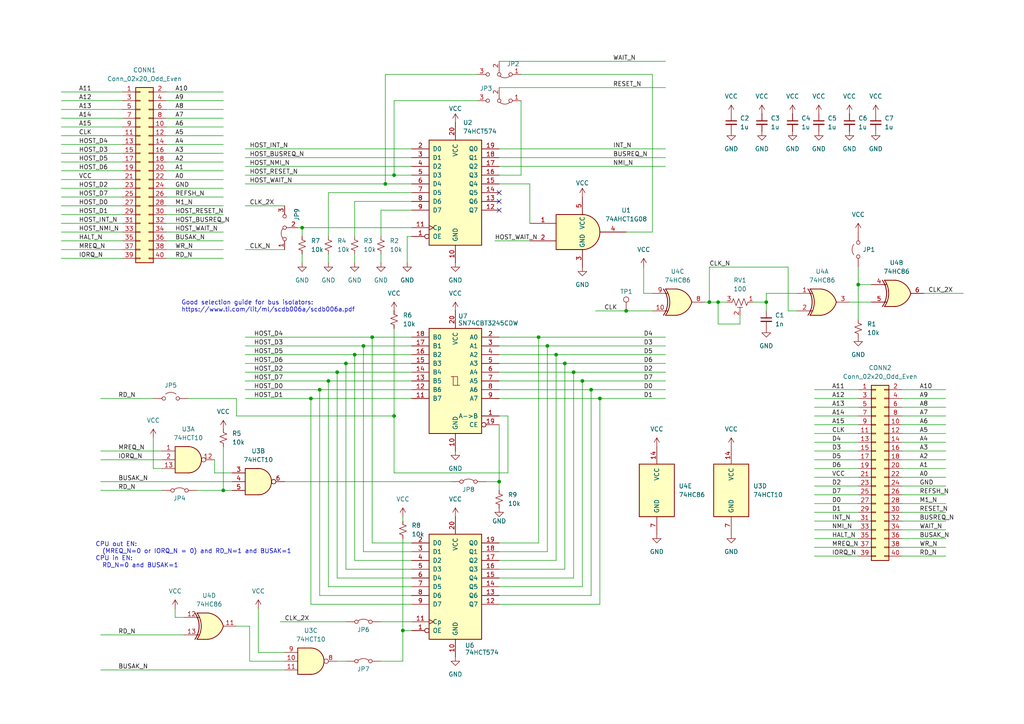
<source format=kicad_sch>
(kicad_sch (version 20231120) (generator "eeschema") (generator_version "8.0")
  (paper "A4")
  (title_block (title "Shadow Tracer Z80 Sampler") (date "2024-09-27") (rev "1.0") (company "Modular Circuits"))
  (junction (at 111.76 53.34))
  (junction (at 95.25 110.49))
  (junction (at 114.3 120.65))
  (junction (at 163.83 105.41))
  (junction (at 114.3 50.8))
  (junction (at 173.99 115.57))
  (junction (at 92.71 113.03))
  (junction (at 208.28 87.63))
  (junction (at 168.91 110.49))
  (junction (at 158.75 100.33))
  (junction (at 102.87 102.87))
  (junction (at 64.77 142.24))
  (junction (at 87.63 66.04))
  (junction (at 144.78 139.7))
  (junction (at 100.33 105.41))
  (junction (at 161.29 102.87))
  (junction (at 156.21 97.79))
  (junction (at 171.45 113.03))
  (junction (at 248.92 82.55))
  (junction (at 205.74 87.63))
  (junction (at 97.79 107.95))
  (junction (at 105.41 100.33))
  (junction (at 222.25 87.63))
  (junction (at 181.61 90.17))
  (junction (at 166.37 107.95))
  (junction (at 90.17 115.57))
  (junction (at 107.95 97.79))
  (junction (at 116.84 182.88))
  (no_connect (at 144.78 60.96))
  (no_connect (at 144.78 55.88))
  (no_connect (at 144.78 58.42))
  (wire (pts (xy 261.62 148.59) (xy 274.32 148.59)))
  (wire (pts (xy 71.12 107.95) (xy 97.79 107.95)))
  (wire (pts (xy 119.38 175.26) (xy 90.17 175.26)))
  (wire (pts (xy 173.99 175.26) (xy 173.99 115.57)))
  (wire (pts (xy 114.3 29.21) (xy 138.43 29.21)))
  (wire (pts (xy 228.6 90.17) (xy 228.6 77.47)))
  (wire (pts (xy 143.51 69.85) (xy 153.67 69.85)))
  (wire (pts (xy 246.38 87.63) (xy 252.73 87.63)))
  (wire (pts (xy 144.78 120.65) (xy 147.32 120.65)))
  (wire (pts (xy 261.62 151.13) (xy 274.32 151.13)))
  (wire (pts (xy 119.38 167.64) (xy 97.79 167.64)))
  (wire (pts (xy 48.26 72.39) (xy 64.77 72.39)))
  (wire (pts (xy 119.38 170.18) (xy 95.25 170.18)))
  (wire (pts (xy 153.67 64.77) (xy 153.67 53.34)))
  (wire (pts (xy 119.38 157.48) (xy 107.95 157.48)))
  (wire (pts (xy 17.78 67.31) (xy 35.56 67.31)))
  (wire (pts (xy 17.78 64.77) (xy 35.56 64.77)))
  (wire (pts (xy 71.12 48.26) (xy 119.38 48.26)))
  (wire (pts (xy 168.91 170.18) (xy 168.91 110.49)))
  (wire (pts (xy 48.26 29.21) (xy 64.77 29.21)))
  (wire (pts (xy 144.78 165.1) (xy 163.83 165.1)))
  (wire (pts (xy 57.15 142.24) (xy 64.77 142.24)))
  (wire (pts (xy 208.28 87.63) (xy 210.82 87.63)))
  (wire (pts (xy 236.22 118.11) (xy 248.92 118.11)))
  (wire (pts (xy 72.39 181.61) (xy 68.58 181.61)))
  (wire (pts (xy 261.62 146.05) (xy 274.32 146.05)))
  (wire (pts (xy 82.55 189.23) (xy 74.93 189.23)))
  (wire (pts (xy 102.87 73.66) (xy 102.87 76.2)))
  (wire (pts (xy 116.84 182.88) (xy 119.38 182.88)))
  (wire (pts (xy 17.78 29.21) (xy 35.56 29.21)))
  (wire (pts (xy 17.78 36.83) (xy 35.56 36.83)))
  (wire (pts (xy 144.78 162.56) (xy 161.29 162.56)))
  (wire (pts (xy 48.26 49.53) (xy 64.77 49.53)))
  (wire (pts (xy 92.71 113.03) (xy 119.38 113.03)))
  (wire (pts (xy 71.12 102.87) (xy 102.87 102.87)))
  (wire (pts (xy 110.49 68.58) (xy 110.49 60.96)))
  (wire (pts (xy 118.11 76.2) (xy 118.11 68.58)))
  (wire (pts (xy 17.78 26.67) (xy 35.56 26.67)))
  (wire (pts (xy 68.58 120.65) (xy 114.3 120.65)))
  (wire (pts (xy 17.78 46.99) (xy 35.56 46.99)))
  (wire (pts (xy 111.76 53.34) (xy 119.38 53.34)))
  (wire (pts (xy 144.78 17.78) (xy 193.04 17.78)))
  (wire (pts (xy 172.72 90.17) (xy 181.61 90.17)))
  (wire (pts (xy 74.93 176.53) (xy 74.93 189.23)))
  (wire (pts (xy 90.17 175.26) (xy 90.17 115.57)))
  (wire (pts (xy 17.78 41.91) (xy 35.56 41.91)))
  (wire (pts (xy 171.45 113.03) (xy 144.78 113.03)))
  (wire (pts (xy 71.12 72.39) (xy 82.55 72.39)))
  (wire (pts (xy 193.04 105.41) (xy 163.83 105.41)))
  (wire (pts (xy 17.78 52.07) (xy 35.56 52.07)))
  (wire (pts (xy 214.63 91.44) (xy 214.63 93.98)))
  (wire (pts (xy 261.62 161.29) (xy 274.32 161.29)))
  (wire (pts (xy 236.22 138.43) (xy 248.92 138.43)))
  (wire (pts (xy 158.75 160.02) (xy 158.75 100.33)))
  (wire (pts (xy 17.78 72.39) (xy 35.56 72.39)))
  (wire (pts (xy 236.22 133.35) (xy 248.92 133.35)))
  (wire (pts (xy 48.26 36.83) (xy 64.77 36.83)))
  (wire (pts (xy 236.22 123.19) (xy 248.92 123.19)))
  (wire (pts (xy 163.83 105.41) (xy 144.78 105.41)))
  (wire (pts (xy 222.25 87.63) (xy 222.25 90.17)))
  (wire (pts (xy 29.21 142.24) (xy 46.99 142.24)))
  (wire (pts (xy 147.32 137.16) (xy 114.3 137.16)))
  (wire (pts (xy 95.25 110.49) (xy 119.38 110.49)))
  (wire (pts (xy 48.26 41.91) (xy 64.77 41.91)))
  (wire (pts (xy 92.71 172.72) (xy 92.71 113.03)))
  (wire (pts (xy 48.26 64.77) (xy 64.77 64.77)))
  (wire (pts (xy 218.44 87.63) (xy 222.25 87.63)))
  (wire (pts (xy 214.63 93.98) (xy 208.28 93.98)))
  (wire (pts (xy 71.12 97.79) (xy 107.95 97.79)))
  (wire (pts (xy 86.36 66.04) (xy 87.63 66.04)))
  (wire (pts (xy 17.78 49.53) (xy 35.56 49.53)))
  (wire (pts (xy 119.38 165.1) (xy 100.33 165.1)))
  (wire (pts (xy 95.25 55.88) (xy 119.38 55.88)))
  (wire (pts (xy 261.62 128.27) (xy 274.32 128.27)))
  (wire (pts (xy 261.62 156.21) (xy 274.32 156.21)))
  (wire (pts (xy 144.78 170.18) (xy 168.91 170.18)))
  (wire (pts (xy 114.3 95.25) (xy 114.3 120.65)))
  (wire (pts (xy 82.55 191.77) (xy 72.39 191.77)))
  (wire (pts (xy 144.78 25.4) (xy 193.04 25.4)))
  (wire (pts (xy 105.41 100.33) (xy 119.38 100.33)))
  (wire (pts (xy 48.26 62.23) (xy 64.77 62.23)))
  (wire (pts (xy 48.26 44.45) (xy 64.77 44.45)))
  (wire (pts (xy 193.04 107.95) (xy 166.37 107.95)))
  (wire (pts (xy 71.12 59.69) (xy 82.55 59.69)))
  (wire (pts (xy 48.26 39.37) (xy 64.77 39.37)))
  (wire (pts (xy 17.78 57.15) (xy 35.56 57.15)))
  (wire (pts (xy 97.79 167.64) (xy 97.79 107.95)))
  (wire (pts (xy 248.92 82.55) (xy 248.92 92.71)))
  (wire (pts (xy 29.21 184.15) (xy 53.34 184.15)))
  (wire (pts (xy 95.25 68.58) (xy 95.25 55.88)))
  (wire (pts (xy 236.22 140.97) (xy 248.92 140.97)))
  (wire (pts (xy 17.78 44.45) (xy 35.56 44.45)))
  (wire (pts (xy 193.04 113.03) (xy 171.45 113.03)))
  (wire (pts (xy 231.14 90.17) (xy 228.6 90.17)))
  (wire (pts (xy 236.22 156.21) (xy 248.92 156.21)))
  (wire (pts (xy 144.78 175.26) (xy 173.99 175.26)))
  (wire (pts (xy 68.58 115.57) (xy 68.58 120.65)))
  (wire (pts (xy 236.22 113.03) (xy 248.92 113.03)))
  (wire (pts (xy 144.78 123.19) (xy 144.78 139.7)))
  (wire (pts (xy 193.04 110.49) (xy 168.91 110.49)))
  (wire (pts (xy 100.33 105.41) (xy 119.38 105.41)))
  (wire (pts (xy 119.38 172.72) (xy 92.71 172.72)))
  (wire (pts (xy 72.39 181.61) (xy 72.39 191.77)))
  (wire (pts (xy 17.78 39.37) (xy 35.56 39.37)))
  (wire (pts (xy 189.23 85.09) (xy 186.69 85.09)))
  (wire (pts (xy 158.75 100.33) (xy 144.78 100.33)))
  (wire (pts (xy 236.22 153.67) (xy 248.92 153.67)))
  (wire (pts (xy 261.62 158.75) (xy 274.32 158.75)))
  (wire (pts (xy 53.34 179.07) (xy 50.8 179.07)))
  (wire (pts (xy 261.62 143.51) (xy 274.32 143.51)))
  (wire (pts (xy 119.38 162.56) (xy 102.87 162.56)))
  (wire (pts (xy 29.21 139.7) (xy 67.31 139.7)))
  (wire (pts (xy 17.78 54.61) (xy 35.56 54.61)))
  (wire (pts (xy 144.78 45.72) (xy 193.04 45.72)))
  (wire (pts (xy 161.29 102.87) (xy 144.78 102.87)))
  (wire (pts (xy 261.62 140.97) (xy 274.32 140.97)))
  (wire (pts (xy 147.32 120.65) (xy 147.32 137.16)))
  (wire (pts (xy 171.45 172.72) (xy 171.45 113.03)))
  (wire (pts (xy 236.22 148.59) (xy 248.92 148.59)))
  (wire (pts (xy 267.97 85.09) (xy 279.4 85.09)))
  (wire (pts (xy 144.78 50.8) (xy 151.13 50.8)))
  (wire (pts (xy 144.78 43.18) (xy 193.04 43.18)))
  (wire (pts (xy 144.78 172.72) (xy 171.45 172.72)))
  (wire (pts (xy 102.87 102.87) (xy 119.38 102.87)))
  (wire (pts (xy 236.22 128.27) (xy 248.92 128.27)))
  (wire (pts (xy 17.78 62.23) (xy 35.56 62.23)))
  (wire (pts (xy 97.79 107.95) (xy 119.38 107.95)))
  (wire (pts (xy 97.79 191.77) (xy 100.33 191.77)))
  (wire (pts (xy 144.78 157.48) (xy 156.21 157.48)))
  (wire (pts (xy 236.22 120.65) (xy 248.92 120.65)))
  (wire (pts (xy 102.87 68.58) (xy 102.87 58.42)))
  (wire (pts (xy 116.84 191.77) (xy 116.84 182.88)))
  (wire (pts (xy 151.13 50.8) (xy 151.13 29.21)))
  (wire (pts (xy 236.22 158.75) (xy 248.92 158.75)))
  (wire (pts (xy 114.3 137.16) (xy 114.3 120.65)))
  (wire (pts (xy 261.62 133.35) (xy 274.32 133.35)))
  (wire (pts (xy 87.63 66.04) (xy 87.63 68.58)))
  (wire (pts (xy 87.63 66.04) (xy 119.38 66.04)))
  (wire (pts (xy 114.3 50.8) (xy 119.38 50.8)))
  (wire (pts (xy 205.74 77.47) (xy 205.74 87.63)))
  (wire (pts (xy 87.63 73.66) (xy 87.63 76.2)))
  (wire (pts (xy 151.13 21.59) (xy 189.23 21.59)))
  (wire (pts (xy 90.17 115.57) (xy 119.38 115.57)))
  (wire (pts (xy 71.12 53.34) (xy 111.76 53.34)))
  (wire (pts (xy 48.26 46.99) (xy 64.77 46.99)))
  (wire (pts (xy 107.95 97.79) (xy 119.38 97.79)))
  (wire (pts (xy 48.26 57.15) (xy 64.77 57.15)))
  (wire (pts (xy 193.04 97.79) (xy 156.21 97.79)))
  (wire (pts (xy 181.61 90.17) (xy 189.23 90.17)))
  (wire (pts (xy 48.26 34.29) (xy 64.77 34.29)))
  (wire (pts (xy 81.28 180.34) (xy 100.33 180.34)))
  (wire (pts (xy 71.12 43.18) (xy 119.38 43.18)))
  (wire (pts (xy 17.78 59.69) (xy 35.56 59.69)))
  (wire (pts (xy 100.33 165.1) (xy 100.33 105.41)))
  (wire (pts (xy 144.78 139.7) (xy 144.78 142.24)))
  (wire (pts (xy 105.41 160.02) (xy 105.41 100.33)))
  (wire (pts (xy 82.55 139.7) (xy 130.81 139.7)))
  (wire (pts (xy 29.21 115.57) (xy 44.45 115.57)))
  (wire (pts (xy 138.43 21.59) (xy 111.76 21.59)))
  (wire (pts (xy 71.12 50.8) (xy 114.3 50.8)))
  (wire (pts (xy 64.77 142.24) (xy 67.31 142.24)))
  (wire (pts (xy 48.26 54.61) (xy 64.77 54.61)))
  (wire (pts (xy 29.21 133.35) (xy 46.99 133.35)))
  (wire (pts (xy 156.21 97.79) (xy 144.78 97.79)))
  (wire (pts (xy 71.12 113.03) (xy 92.71 113.03)))
  (wire (pts (xy 173.99 115.57) (xy 144.78 115.57)))
  (wire (pts (xy 62.23 133.35) (xy 62.23 137.16)))
  (wire (pts (xy 261.62 125.73) (xy 274.32 125.73)))
  (wire (pts (xy 236.22 146.05) (xy 248.92 146.05)))
  (wire (pts (xy 114.3 50.8) (xy 114.3 29.21)))
  (wire (pts (xy 17.78 74.93) (xy 35.56 74.93)))
  (wire (pts (xy 119.38 160.02) (xy 105.41 160.02)))
  (wire (pts (xy 166.37 167.64) (xy 166.37 107.95)))
  (wire (pts (xy 46.99 135.89) (xy 44.45 135.89)))
  (wire (pts (xy 193.04 115.57) (xy 173.99 115.57)))
  (wire (pts (xy 205.74 77.47) (xy 228.6 77.47)))
  (wire (pts (xy 71.12 105.41) (xy 100.33 105.41)))
  (wire (pts (xy 236.22 115.57) (xy 248.92 115.57)))
  (wire (pts (xy 48.26 74.93) (xy 64.77 74.93)))
  (wire (pts (xy 62.23 137.16) (xy 67.31 137.16)))
  (wire (pts (xy 261.62 123.19) (xy 274.32 123.19)))
  (wire (pts (xy 111.76 21.59) (xy 111.76 53.34)))
  (wire (pts (xy 163.83 165.1) (xy 163.83 105.41)))
  (wire (pts (xy 110.49 73.66) (xy 110.49 76.2)))
  (wire (pts (xy 116.84 156.21) (xy 116.84 182.88)))
  (wire (pts (xy 236.22 125.73) (xy 248.92 125.73)))
  (wire (pts (xy 261.62 113.03) (xy 274.32 113.03)))
  (wire (pts (xy 48.26 69.85) (xy 64.77 69.85)))
  (wire (pts (xy 107.95 157.48) (xy 107.95 97.79)))
  (wire (pts (xy 252.73 82.55) (xy 248.92 82.55)))
  (wire (pts (xy 144.78 160.02) (xy 158.75 160.02)))
  (wire (pts (xy 189.23 67.31) (xy 189.23 21.59)))
  (wire (pts (xy 110.49 60.96) (xy 119.38 60.96)))
  (wire (pts (xy 144.78 53.34) (xy 153.67 53.34)))
  (wire (pts (xy 236.22 135.89) (xy 248.92 135.89)))
  (wire (pts (xy 208.28 93.98) (xy 208.28 87.63)))
  (wire (pts (xy 50.8 176.53) (xy 50.8 179.07)))
  (wire (pts (xy 186.69 77.47) (xy 186.69 85.09)))
  (wire (pts (xy 71.12 115.57) (xy 90.17 115.57)))
  (wire (pts (xy 144.78 167.64) (xy 166.37 167.64)))
  (wire (pts (xy 118.11 68.58) (xy 119.38 68.58)))
  (wire (pts (xy 144.78 48.26) (xy 193.04 48.26)))
  (wire (pts (xy 166.37 107.95) (xy 144.78 107.95)))
  (wire (pts (xy 116.84 191.77) (xy 110.49 191.77)))
  (wire (pts (xy 193.04 102.87) (xy 161.29 102.87)))
  (wire (pts (xy 71.12 100.33) (xy 105.41 100.33)))
  (wire (pts (xy 261.62 138.43) (xy 274.32 138.43)))
  (wire (pts (xy 222.25 85.09) (xy 222.25 87.63)))
  (wire (pts (xy 48.26 67.31) (xy 64.77 67.31)))
  (wire (pts (xy 261.62 130.81) (xy 274.32 130.81)))
  (wire (pts (xy 54.61 115.57) (xy 68.58 115.57)))
  (wire (pts (xy 48.26 26.67) (xy 64.77 26.67)))
  (wire (pts (xy 48.26 52.07) (xy 64.77 52.07)))
  (wire (pts (xy 261.62 135.89) (xy 274.32 135.89)))
  (wire (pts (xy 261.62 120.65) (xy 274.32 120.65)))
  (wire (pts (xy 222.25 85.09) (xy 231.14 85.09)))
  (wire (pts (xy 236.22 151.13) (xy 248.92 151.13)))
  (wire (pts (xy 193.04 100.33) (xy 158.75 100.33)))
  (wire (pts (xy 29.21 194.31) (xy 82.55 194.31)))
  (wire (pts (xy 261.62 118.11) (xy 274.32 118.11)))
  (wire (pts (xy 71.12 110.49) (xy 95.25 110.49)))
  (wire (pts (xy 29.21 130.81) (xy 46.99 130.81)))
  (wire (pts (xy 261.62 153.67) (xy 274.32 153.67)))
  (wire (pts (xy 161.29 162.56) (xy 161.29 102.87)))
  (wire (pts (xy 48.26 31.75) (xy 64.77 31.75)))
  (wire (pts (xy 140.97 139.7) (xy 144.78 139.7)))
  (wire (pts (xy 102.87 58.42) (xy 119.38 58.42)))
  (wire (pts (xy 156.21 157.48) (xy 156.21 97.79)))
  (wire (pts (xy 44.45 127) (xy 44.45 135.89)))
  (wire (pts (xy 17.78 34.29) (xy 35.56 34.29)))
  (wire (pts (xy 205.74 87.63) (xy 208.28 87.63)))
  (wire (pts (xy 204.47 87.63) (xy 205.74 87.63)))
  (wire (pts (xy 95.25 170.18) (xy 95.25 110.49)))
  (wire (pts (xy 95.25 73.66) (xy 95.25 76.2)))
  (wire (pts (xy 248.92 77.47) (xy 248.92 82.55)))
  (wire (pts (xy 110.49 180.34) (xy 119.38 180.34)))
  (wire (pts (xy 102.87 162.56) (xy 102.87 102.87)))
  (wire (pts (xy 181.61 67.31) (xy 189.23 67.31)))
  (wire (pts (xy 17.78 69.85) (xy 35.56 69.85)))
  (wire (pts (xy 17.78 31.75) (xy 35.56 31.75)))
  (wire (pts (xy 48.26 59.69) (xy 64.77 59.69)))
  (wire (pts (xy 71.12 45.72) (xy 119.38 45.72)))
  (wire (pts (xy 236.22 161.29) (xy 248.92 161.29)))
  (wire (pts (xy 116.84 151.13) (xy 116.84 149.86)))
  (wire (pts (xy 168.91 110.49) (xy 144.78 110.49)))
  (wire (pts (xy 64.77 129.54) (xy 64.77 142.24)))
  (wire (pts (xy 236.22 130.81) (xy 248.92 130.81)))
  (wire (pts (xy 236.22 143.51) (xy 248.92 143.51)))
  (wire (pts (xy 261.62 115.57) (xy 274.32 115.57)))
  (text "Good selection guide for bus isolators:\nhttps://www.ti.com/lit/ml/scdb006a/scdb006a.pdf" (at 52.578 88.9 0) (effects (font (size 1.27 1.27)) (justify left)))
  (text "CPU out EN:\n  (MREQ_N=0 or IORQ_N = 0) and RD_N=1 and BUSAK=1\nCPU in EN:\n  RD_N=0 and BUSAK=1\n" (at 27.686 161.036 0) (effects (font (size 1.27 1.27)) (justify left)))
  (label "HOST_D0" (at 73.66 113.03 0))
  (label "M1_N" (at 50.8 59.69 0))
  (label "BUSAK_N" (at 266.7 156.21 0))
  (label "HOST_WAIT_N" (at 50.8 67.31 0))
  (label "D6" (at 241.3 135.89 0))
  (label "D3" (at 186.69 100.33 0))
  (label "HOST_RESET_N" (at 72.39 50.8 0))
  (label "NMI_N" (at 241.3 153.67 0))
  (label "RD_N" (at 34.29 115.57 0))
  (label "A1" (at 50.8 49.53 0))
  (label "A11" (at 22.86 26.67 0))
  (label "HOST_BUSREQ_N" (at 72.39 45.72 0))
  (label "D2" (at 186.69 107.95 0))
  (label "A12" (at 22.86 29.21 0))
  (label "D1" (at 241.3 148.59 0))
  (label "HOST_D5" (at 73.66 102.87 0))
  (label "A11" (at 241.3 113.03 0))
  (label "MREQ_N" (at 241.3 158.75 0))
  (label "D3" (at 241.3 130.81 0))
  (label "D5" (at 186.69 102.87 0))
  (label "GND" (at 266.7 140.97 0))
  (label "A6" (at 50.8 36.83 0))
  (label "A15" (at 241.3 123.19 0))
  (label "A15" (at 22.86 36.83 0))
  (label "D6" (at 186.69 105.41 0))
  (label "A7" (at 50.8 34.29 0))
  (label "A5" (at 266.7 125.73 0))
  (label "HOST_INT_N" (at 22.86 64.77 0))
  (label "BUSAK_N" (at 50.8 69.85 0))
  (label "HOST_D5" (at 22.86 46.99 0))
  (label "IORQ_N" (at 241.3 161.29 0))
  (label "HOST_D1" (at 22.86 62.23 0))
  (label "RESET_N" (at 266.7 148.59 0))
  (label "D4" (at 241.3 128.27 0))
  (label "A5" (at 50.8 39.37 0))
  (label "D0" (at 186.69 113.03 0))
  (label "D7" (at 241.3 143.51 0))
  (label "A9" (at 50.8 29.21 0))
  (label "A3" (at 50.8 44.45 0))
  (label "D7" (at 186.69 110.49 0))
  (label "BUSAK_N" (at 34.29 139.7 0))
  (label "A3" (at 266.7 130.81 0))
  (label "A9" (at 266.7 115.57 0))
  (label "HALT_N" (at 241.3 156.21 0))
  (label "A14" (at 22.86 34.29 0))
  (label "A0" (at 266.7 138.43 0))
  (label "D4" (at 186.69 97.79 0))
  (label "A7" (at 266.7 120.65 0))
  (label "MREQ_N" (at 34.29 130.81 0))
  (label "A6" (at 266.7 123.19 0))
  (label "CLK_2X" (at 82.55 180.34 0))
  (label "HOST_D2" (at 22.86 54.61 0))
  (label "HOST_INT_N" (at 72.39 43.18 0))
  (label "RD_N" (at 50.8 74.93 0))
  (label "A2" (at 266.7 133.35 0))
  (label "IORQ_N" (at 22.86 74.93 0))
  (label "A12" (at 241.3 115.57 0))
  (label "WR_N" (at 50.8 72.39 0))
  (label "VCC" (at 241.3 138.43 0))
  (label "HOST_D3" (at 22.86 44.45 0))
  (label "A1" (at 266.7 135.89 0))
  (label "CLK" (at 22.86 39.37 0))
  (label "HOST_D6" (at 73.66 105.41 0))
  (label "BUSAK_N" (at 34.29 194.31 0))
  (label "CLK_2X" (at 72.39 59.69 0))
  (label "HOST_BUSREQ_N" (at 50.8 64.77 0))
  (label "INT_N" (at 241.3 151.13 0))
  (label "A13" (at 241.3 118.11 0))
  (label "A10" (at 266.7 113.03 0))
  (label "HOST_WAIT_N" (at 72.39 53.34 0))
  (label "A4" (at 266.7 128.27 0))
  (label "HOST_D0" (at 22.86 59.69 0))
  (label "D0" (at 241.3 146.05 0))
  (label "RESET_N" (at 177.8 25.4 0))
  (label "WAIT_N" (at 266.7 153.67 0))
  (label "RD_N" (at 266.7 161.29 0))
  (label "WR_N" (at 266.7 158.75 0))
  (label "HOST_D4" (at 73.66 97.79 0))
  (label "HOST_D7" (at 73.66 110.49 0))
  (label "RD_N" (at 34.29 142.24 0))
  (label "CLK_N" (at 72.39 72.39 0))
  (label "HOST_D7" (at 22.86 57.15 0))
  (label "HOST_NMI_N" (at 72.39 48.26 0))
  (label "CLK" (at 241.3 125.73 0))
  (label "VCC" (at 22.86 52.07 0))
  (label "CLK" (at 175.26 90.17 0))
  (label "HOST_D6" (at 22.86 49.53 0))
  (label "BUSREQ_N" (at 266.7 151.13 0))
  (label "A10" (at 50.8 26.67 0))
  (label "A2" (at 50.8 46.99 0))
  (label "A8" (at 266.7 118.11 0))
  (label "A8" (at 50.8 31.75 0))
  (label "MREQ_N" (at 22.86 72.39 0))
  (label "REFSH_N" (at 50.8 57.15 0))
  (label "A4" (at 50.8 41.91 0))
  (label "D2" (at 241.3 140.97 0))
  (label "HOST_D2" (at 73.66 107.95 0))
  (label "CLK_N" (at 205.74 77.47 0))
  (label "D5" (at 241.3 133.35 0))
  (label "INT_N" (at 177.8 43.18 0))
  (label "IORQ_N" (at 34.29 133.35 0))
  (label "M1_N" (at 266.7 146.05 0))
  (label "HALT_N" (at 22.86 69.85 0))
  (label "WAIT_N" (at 177.8 17.78 0))
  (label "HOST_NMI_N" (at 22.86 67.31 0))
  (label "GND" (at 50.8 54.61 0))
  (label "RD_N" (at 34.29 184.15 0))
  (label "A0" (at 50.8 52.07 0))
  (label "A13" (at 22.86 31.75 0))
  (label "CLK_2X" (at 269.24 85.09 0))
  (label "HOST_WAIT_N" (at 143.51 69.85 0))
  (label "HOST_D4" (at 22.86 41.91 0))
  (label "HOST_RESET_N" (at 50.8 62.23 0))
  (label "BUSREQ_N" (at 177.8 45.72 0))
  (label "NMI_N" (at 177.8 48.26 0))
  (label "HOST_D3" (at 73.66 100.33 0))
  (label "A14" (at 241.3 120.65 0))
  (label "D1" (at 186.69 115.57 0))
  (label "HOST_D1" (at 73.66 115.57 0))
  (label "REFSH_N" (at 266.7 143.51 0))
  (symbol (lib_id "power:VCC") (at 190.5 129.54 0) (unit 1)
    (property "Reference" "#PWR016" (effects (hide yes)))
    (property "Value" "VCC" (at 190.5 124.46 0))
    (property "Description" "Power symbol creates a global label with name \"VCC\"" (effects (hide yes)))
  )
  (symbol (lib_id "Device:R_Small_US") (at 110.49 71.12 0) (unit 1)
    (property "Reference" "R2" (at 113.03 69.8499 0) (effects (justify left)))
    (property "Value" "10k" (at 113.03 72.3899 0) (effects (justify left)))
    (property "Footprint" "Resistor_SMD:R_0603_1608Metric_Pad0.98x0.95mm_HandSolder" (effects (hide yes)))
    (property "Description" "Resistor, small US symbol" (effects (hide yes)))
  )
  (symbol (lib_id "power:GND") (at 212.09 38.1 0) (unit 1)
    (property "Reference" "#PWR020" (effects (hide yes)))
    (property "Value" "GND" (at 212.09 43.18 0))
    (property "Description" "Power symbol creates a global label with name \"GND\" , ground" (effects (hide yes)))
  )
  (symbol (lib_id "Jumper:Jumper_2_Bridged") (at 135.89 139.7 0) (unit 1) (exclude_from_sim yes)
    (property "Reference" "JP8" (at 135.89 141.986 0))
    (property "Value" "Jumper_2_Bridged" (effects (hide yes)))
    (property "Footprint" "Connector_PinHeader_2.54mm:PinHeader_1x02_P2.54mm_Vertical" (effects (hide yes)))
    (property "Description" "Jumper, 2-pole, closed/bridged" (effects (hide yes)))
  )
  (symbol (lib_id "power:VCC") (at 132.08 35.56 0) (unit 1)
    (property "Reference" "#PWR01" (effects (hide yes)))
    (property "Value" "VCC" (at 132.08 31.496 0))
    (property "Description" "Power symbol creates a global label with name \"VCC\"" (effects (hide yes)))
  )
  (symbol (lib_id "Connector:TestPoint") (at 181.61 90.17 0) (unit 1)
    (property "Reference" "TP1" (at 179.832 84.582 0) (effects (justify left)))
    (property "Value" "TestPoint" (effects (hide yes)))
    (property "Footprint" "Connector_PinHeader_2.54mm:PinHeader_1x01_P2.54mm_Vertical" (effects (hide yes)))
    (property "Description" "test point" (effects (hide yes)))
  )
  (symbol (lib_id "Connector_Generic:Conn_02x20_Odd_Even") (at 254 135.89 0) (unit 1)
    (property "Reference" "CONN2" (at 255.27 106.68 0))
    (property "Value" "Conn_02x20_Odd_Even" (at 255.27 109.22 0))
    (property "Footprint" "Connector_PinHeader_2.54mm:PinHeader_2x20_P2.54mm_Horizontal" (effects (hide yes)))
    (property "manf#" "PPPC202LJBN-RC" (effects (hide yes)))
  )
  (symbol (lib_id "74xx:74HC86") (at 190.5 142.24 0) (unit 5)
    (property "Reference" "U4" (at 196.85 140.9699 0) (effects (justify left)))
    (property "Value" "74HC86" (at 196.85 143.5099 0) (effects (justify left)))
    (property "Footprint" "Package_SO:SOIC-14_3.9x8.7mm_P1.27mm" (effects (hide yes)))
    (property "Datasheet" "http://www.ti.com/lit/gpn/sn74HC86" (effects (hide yes)))
    (property "Description" "Quad 2-input XOR" (effects (hide yes)))
  )
  (symbol (lib_id "power:VCC") (at 168.91 57.15 0) (unit 1)
    (property "Reference" "#PWR033" (effects (hide yes)))
    (property "Value" "VCC" (at 168.91 53.086 0))
    (property "Description" "Power symbol creates a global label with name \"VCC\"" (effects (hide yes)))
  )
  (symbol (lib_id "power:VCC") (at 44.45 127 0) (unit 1)
    (property "Reference" "#PWR014" (effects (hide yes)))
    (property "Value" "VCC" (at 44.45 121.92 0))
    (property "Description" "Power symbol creates a global label with name \"VCC\"" (effects (hide yes)))
  )
  (symbol (lib_id "Device:C_Small") (at 246.38 35.56 0) (unit 1)
    (property "Reference" "C6" (at 248.92 34.2962 0) (effects (justify left)))
    (property "Value" "1u" (at 248.92 36.8362 0) (effects (justify left)))
    (property "Footprint" "Capacitor_SMD:C_0603_1608Metric_Pad1.08x0.95mm_HandSolder" (effects (hide yes)))
    (property "Description" "Unpolarized capacitor, small symbol" (effects (hide yes)))
  )
  (symbol (lib_id "power:VCC") (at 114.3 90.17 0) (unit 1)
    (property "Reference" "#PWR040" (effects (hide yes)))
    (property "Value" "VCC" (at 114.3 85.09 0))
    (property "Description" "Power symbol creates a global label with name \"VCC\"" (effects (hide yes)))
  )
  (symbol (lib_id "Jumper:Jumper_2_Open") (at 248.92 72.39 90) (unit 1) (exclude_from_sim yes)
    (property "Reference" "JP1" (at 250.19 72.3899 90) (effects (justify right)))
    (property "Value" "Jumper_2_Open" (effects (hide yes)))
    (property "Footprint" "Connector_PinHeader_2.54mm:PinHeader_1x02_P2.54mm_Vertical" (effects (hide yes)))
    (property "Description" "Jumper, 2-pole, open" (effects (hide yes)))
  )
  (symbol (lib_id "Device:R_Potentiometer_Trim_US") (at 214.63 87.63 270) (unit 1)
    (property "Reference" "RV1" (at 214.63 81.28 90))
    (property "Value" "100" (at 214.63 83.82 90))
    (property "Footprint" "Potentiometer_Bourns_TC33X_Vertical" (effects (hide yes)))
    (property "Description" "Trim-potentiometer, US symbol" (effects (hide yes)))
    (property "mpn" "TC33X-2-101E" (effects (hide yes)))
  )
  (symbol (lib_id "power:GND") (at 132.08 76.2 0) (unit 1)
    (property "Reference" "#PWR02" (effects (hide yes)))
    (property "Value" "GND" (at 132.08 81.28 0))
    (property "Description" "Power symbol creates a global label with name \"GND\" , ground" (effects (hide yes)))
  )
  (symbol (lib_id "power:GND") (at 254 38.1 0) (unit 1)
    (property "Reference" "#PWR036" (effects (hide yes)))
    (property "Value" "GND" (at 254 43.18 0))
    (property "Description" "Power symbol creates a global label with name \"GND\" , ground" (effects (hide yes)))
  )
  (symbol (lib_id "Device:R_Small_US") (at 64.77 127 0) (unit 1)
    (property "Reference" "R5" (at 67.31 125.7299 0) (effects (justify left)))
    (property "Value" "10k" (at 67.31 128.2699 0) (effects (justify left)))
    (property "Footprint" "Resistor_SMD:R_0603_1608Metric_Pad0.98x0.95mm_HandSolder" (effects (hide yes)))
    (property "Description" "Resistor, small US symbol" (effects (hide yes)))
  )
  (symbol (lib_id "power:VCC") (at 212.09 129.54 0) (unit 1)
    (property "Reference" "#PWR017" (effects (hide yes)))
    (property "Value" "VCC" (at 212.09 124.46 0))
    (property "Description" "Power symbol creates a global label with name \"VCC\"" (effects (hide yes)))
  )
  (symbol (lib_id "Device:C_Small") (at 222.25 92.71 0) (unit 1)
    (property "Reference" "C1" (at 224.79 91.4462 0) (effects (justify left)))
    (property "Value" "1n" (at 224.79 93.9862 0) (effects (justify left)))
    (property "Footprint" "Capacitor_SMD:C_0603_1608Metric_Pad1.08x0.95mm_HandSolder" (effects (hide yes)))
    (property "Description" "Unpolarized capacitor, small symbol" (effects (hide yes)))
  )
  (symbol (lib_id "Jumper:Jumper_3_Bridged12") (at 144.78 21.59 180) (unit 1) (exclude_from_sim yes) (in_bom no)
    (property "Reference" "JP2" (at 148.844 18.542 0))
    (property "Value" "Jumper_3_Bridged12" (effects (hide yes)))
    (property "Footprint" "Connector_PinHeader_2.54mm:PinHeader_1x03_P2.54mm_Vertical" (effects (hide yes)))
    (property "Description" "Jumper, 3-pole, pins 1+2 closed/bridged" (effects (hide yes)))
  )
  (symbol (lib_id "Device:R_Small_US") (at 114.3 92.71 0) (unit 1)
    (property "Reference" "R6" (at 116.84 91.4399 0) (effects (justify left)))
    (property "Value" "10k" (at 116.84 93.9799 0) (effects (justify left)))
    (property "Footprint" "Resistor_SMD:R_0603_1608Metric_Pad0.98x0.95mm_HandSolder" (effects (hide yes)))
    (property "Description" "Resistor, small US symbol" (effects (hide yes)))
  )
  (symbol (lib_id "power:GND") (at 132.08 190.5 0) (unit 1)
    (property "Reference" "#PWR06" (effects (hide yes)))
    (property "Value" "GND" (at 132.08 195.58 0))
    (property "Description" "Power symbol creates a global label with name \"GND\" , ground" (effects (hide yes)))
  )
  (symbol (lib_id "power:GND") (at 132.08 130.81 0) (unit 1)
    (property "Reference" "#PWR07" (effects (hide yes)))
    (property "Value" "GND" (at 132.08 135.89 0))
    (property "Description" "Power symbol creates a global label with name \"GND\" , ground" (effects (hide yes)))
  )
  (symbol (lib_id "power:VCC") (at 220.98 33.02 0) (unit 1)
    (property "Reference" "#PWR022" (effects (hide yes)))
    (property "Value" "VCC" (at 220.98 27.94 0))
    (property "Description" "Power symbol creates a global label with name \"VCC\"" (effects (hide yes)))
  )
  (symbol (lib_id "power:VCC") (at 237.49 33.02 0) (unit 1)
    (property "Reference" "#PWR026" (effects (hide yes)))
    (property "Value" "VCC" (at 237.49 27.94 0))
    (property "Description" "Power symbol creates a global label with name \"VCC\"" (effects (hide yes)))
  )
  (symbol (lib_id "74xx:74LS10") (at 74.93 139.7 0) (unit 2)
    (property "Reference" "U3" (at 74.9217 130.81 0))
    (property "Value" "74HCT10" (at 74.9217 133.35 0))
    (property "Footprint" "Package_SO:SOIC-14_3.9x8.7mm_P1.27mm" (effects (hide yes)))
    (property "Datasheet" "http://www.ti.com/lit/gpn/sn74LS10" (effects (hide yes)))
    (property "Description" "Triple 3-input NAND" (effects (hide yes)))
  )
  (symbol (lib_id "Device:R_Small_US") (at 248.92 95.25 0) (unit 1)
    (property "Reference" "R1" (at 251.46 93.9799 0) (effects (justify left)))
    (property "Value" "10k" (at 251.46 96.5199 0) (effects (justify left)))
    (property "Footprint" "Resistor_SMD:R_0603_1608Metric_Pad0.98x0.95mm_HandSolder" (effects (hide yes)))
    (property "Description" "Resistor, small US symbol" (effects (hide yes)))
  )
  (symbol (lib_id "power:VCC") (at 229.87 33.02 0) (unit 1)
    (property "Reference" "#PWR024" (effects (hide yes)))
    (property "Value" "VCC" (at 229.87 27.94 0))
    (property "Description" "Power symbol creates a global label with name \"VCC\"" (effects (hide yes)))
  )
  (symbol (lib_id "power:GND") (at 246.38 38.1 0) (unit 1)
    (property "Reference" "#PWR029" (effects (hide yes)))
    (property "Value" "GND" (at 246.38 43.18 0))
    (property "Description" "Power symbol creates a global label with name \"GND\" , ground" (effects (hide yes)))
  )
  (symbol (lib_id "power:GND") (at 110.49 76.2 0) (unit 1)
    (property "Reference" "#PWR030" (effects (hide yes)))
    (property "Value" "GND" (at 110.49 81.28 0))
    (property "Description" "Power symbol creates a global label with name \"GND\" , ground" (effects (hide yes)))
  )
  (symbol (lib_id "74xx:74HC86") (at 196.85 87.63 0) (unit 3)
    (property "Reference" "U4" (at 196.5452 78.74 0))
    (property "Value" "74HC86" (at 196.5452 81.28 0))
    (property "Footprint" "Package_SO:SOIC-14_3.9x8.7mm_P1.27mm" (effects (hide yes)))
    (property "Datasheet" "http://www.ti.com/lit/gpn/sn74HC86" (effects (hide yes)))
    (property "Description" "Quad 2-input XOR" (effects (hide yes)))
  )
  (symbol (lib_id "power:VCC") (at 212.09 33.02 0) (unit 1)
    (property "Reference" "#PWR021" (effects (hide yes)))
    (property "Value" "VCC" (at 212.09 27.94 0))
    (property "Description" "Power symbol creates a global label with name \"VCC\"" (effects (hide yes)))
  )
  (symbol (lib_id "Jumper:Jumper_2_Bridged") (at 52.07 142.24 0) (unit 1) (exclude_from_sim yes)
    (property "Reference" "JP4" (at 52.07 144.526 0))
    (property "Value" "Jumper_2_Bridged" (effects (hide yes)))
    (property "Footprint" "Connector_PinHeader_2.54mm:PinHeader_1x02_P2.54mm_Vertical" (effects (hide yes)))
    (property "Description" "Jumper, 2-pole, closed/bridged" (effects (hide yes)))
  )
  (symbol (lib_id "Connector_Generic:Conn_02x20_Odd_Even") (at 40.64 49.53 0) (unit 1)
    (property "Reference" "CONN1" (at 41.91 20.32 0))
    (property "Value" "Conn_02x20_Odd_Even" (at 41.91 22.86 0))
    (property "Footprint" "Connector_PinSocket_2.54mm:PinSocket_2x20_P2.54mm_Horizontal" (effects (hide yes)))
    (property "manf#" "PPPC202LJBN-RC" (effects (hide yes)))
  )
  (symbol (lib_id "74xx:74HC245") (at 132.08 110.49 0) (mirror y) (unit 1)
    (property "Reference" "U7" (at 135.636 91.694 0) (effects (justify left)))
    (property "Value" "SN74CBT3245CDW" (at 150.368 93.726 0) (effects (justify left)))
    (property "Footprint" "Package_SO:SOIC-20W_7.5x12.8mm_P1.27mm" (effects (hide yes)))
    (property "Datasheet" "http://www.ti.com/lit/gpn/sn74HC245" (effects (hide yes)))
    (property "Description" "Octal BUS Transceivers, 3-State outputs" (effects (hide yes)))
  )
  (symbol (lib_id "Device:C_Small") (at 254 35.56 0) (unit 1)
    (property "Reference" "C7" (at 256.54 34.2962 0) (effects (justify left)))
    (property "Value" "1u" (at 256.54 36.8362 0) (effects (justify left)))
    (property "Footprint" "Capacitor_SMD:C_0603_1608Metric_Pad1.08x0.95mm_HandSolder" (effects (hide yes)))
    (property "Description" "Unpolarized capacitor, small symbol" (effects (hide yes)))
  )
  (symbol (lib_id "Device:R_Small_US") (at 87.63 71.12 0) (unit 1)
    (property "Reference" "R7" (at 90.17 69.8499 0) (effects (justify left)))
    (property "Value" "10k" (at 90.17 72.3899 0) (effects (justify left)))
    (property "Footprint" "Resistor_SMD:R_0603_1608Metric_Pad0.98x0.95mm_HandSolder" (effects (hide yes)))
    (property "Description" "Resistor, small US symbol" (effects (hide yes)))
  )
  (symbol (lib_id "power:VCC") (at 64.77 124.46 0) (unit 1)
    (property "Reference" "#PWR037" (effects (hide yes)))
    (property "Value" "VCC" (at 64.77 119.38 0))
    (property "Description" "Power symbol creates a global label with name \"VCC\"" (effects (hide yes)))
  )
  (symbol (lib_id "power:VCC") (at 246.38 33.02 0) (unit 1)
    (property "Reference" "#PWR028" (effects (hide yes)))
    (property "Value" "VCC" (at 246.38 27.94 0))
    (property "Description" "Power symbol creates a global label with name \"VCC\"" (effects (hide yes)))
  )
  (symbol (lib_id "power:GND") (at 248.92 97.79 0) (unit 1)
    (property "Reference" "#PWR09" (effects (hide yes)))
    (property "Value" "GND" (at 248.92 102.87 0))
    (property "Description" "Power symbol creates a global label with name \"GND\" , ground" (effects (hide yes)))
  )
  (symbol (lib_id "Device:R_Small_US") (at 144.78 144.78 0) (unit 1)
    (property "Reference" "R9" (at 147.32 143.5099 0) (effects (justify left)))
    (property "Value" "10k" (at 147.32 146.0499 0) (effects (justify left)))
    (property "Footprint" "Resistor_SMD:R_0603_1608Metric_Pad0.98x0.95mm_HandSolder" (effects (hide yes)))
    (property "Description" "Resistor, small US symbol" (effects (hide yes)))
  )
  (symbol (lib_id "power:VCC") (at 254 33.02 0) (unit 1)
    (property "Reference" "#PWR035" (effects (hide yes)))
    (property "Value" "VCC" (at 254 27.94 0))
    (property "Description" "Power symbol creates a global label with name \"VCC\"" (effects (hide yes)))
  )
  (symbol (lib_id "power:VCC") (at 132.08 149.86 0) (unit 1)
    (property "Reference" "#PWR05" (effects (hide yes)))
    (property "Value" "VCC" (at 132.08 144.78 0))
    (property "Description" "Power symbol creates a global label with name \"VCC\"" (effects (hide yes)))
  )
  (symbol (lib_id "Jumper:Jumper_2_Open") (at 49.53 115.57 0) (unit 1) (exclude_from_sim yes)
    (property "Reference" "JP5" (at 49.53 111.76 0))
    (property "Value" "Jumper_2_Open" (effects (hide yes)))
    (property "Footprint" "Connector_PinHeader_2.54mm:PinHeader_1x02_P2.54mm_Vertical" (effects (hide yes)))
    (property "Description" "Jumper, 2-pole, open" (effects (hide yes)))
  )
  (symbol (lib_id "power:GND") (at 118.11 76.2 0) (unit 1)
    (property "Reference" "#PWR03" (effects (hide yes)))
    (property "Value" "GND" (at 118.11 81.28 0))
    (property "Description" "Power symbol creates a global label with name \"GND\" , ground" (effects (hide yes)))
  )
  (symbol (lib_id "power:GND") (at 168.91 77.47 0) (unit 1)
    (property "Reference" "#PWR034" (effects (hide yes)))
    (property "Value" "GND" (at 168.91 82.55 0))
    (property "Description" "Power symbol creates a global label with name \"GND\" , ground" (effects (hide yes)))
  )
  (symbol (lib_id "74xx:74HC86") (at 238.76 87.63 0) (unit 1)
    (property "Reference" "U4" (at 238.4552 78.74 0))
    (property "Value" "74HC86" (at 238.4552 81.28 0))
    (property "Footprint" "Package_SO:SOIC-14_3.9x8.7mm_P1.27mm" (effects (hide yes)))
    (property "Datasheet" "http://www.ti.com/lit/gpn/sn74HC86" (effects (hide yes)))
    (property "Description" "Quad 2-input XOR" (effects (hide yes)))
  )
  (symbol (lib_id "power:VCC") (at 50.8 176.53 0) (unit 1)
    (property "Reference" "#PWR010" (effects (hide yes)))
    (property "Value" "VCC" (at 50.8 171.45 0))
    (property "Description" "Power symbol creates a global label with name \"VCC\"" (effects (hide yes)))
  )
  (symbol (lib_id "power:GND") (at 190.5 154.94 0) (unit 1)
    (property "Reference" "#PWR018" (effects (hide yes)))
    (property "Value" "GND" (at 190.5 160.02 0))
    (property "Description" "Power symbol creates a global label with name \"GND\" , ground" (effects (hide yes)))
  )
  (symbol (lib_id "power:GND") (at 212.09 154.94 0) (unit 1)
    (property "Reference" "#PWR019" (effects (hide yes)))
    (property "Value" "GND" (at 212.09 160.02 0))
    (property "Description" "Power symbol creates a global label with name \"GND\" , ground" (effects (hide yes)))
  )
  (symbol (lib_id "74xx:74HC86") (at 60.96 181.61 0) (unit 4)
    (property "Reference" "U4" (at 60.6552 172.72 0))
    (property "Value" "74HC86" (at 60.6552 175.26 0))
    (property "Footprint" "Package_SO:SOIC-14_3.9x8.7mm_P1.27mm" (effects (hide yes)))
    (property "Datasheet" "http://www.ti.com/lit/gpn/sn74HC86" (effects (hide yes)))
    (property "Description" "Quad 2-input XOR" (effects (hide yes)))
  )
  (symbol (lib_id "Device:C_Small") (at 237.49 35.56 0) (unit 1)
    (property "Reference" "C5" (at 240.03 34.2962 0) (effects (justify left)))
    (property "Value" "1u" (at 240.03 36.8362 0) (effects (justify left)))
    (property "Footprint" "Capacitor_SMD:C_0603_1608Metric_Pad1.08x0.95mm_HandSolder" (effects (hide yes)))
    (property "Description" "Unpolarized capacitor, small symbol" (effects (hide yes)))
  )
  (symbol (lib_id "Jumper:Jumper_3_Bridged12") (at 144.78 29.21 180) (unit 1) (exclude_from_sim yes) (in_bom no)
    (property "Reference" "JP3" (at 140.97 25.654 0))
    (property "Value" "Jumper_3_Bridged12" (effects (hide yes)))
    (property "Footprint" "Connector_PinHeader_2.54mm:PinHeader_1x03_P2.54mm_Vertical" (effects (hide yes)))
    (property "Description" "Jumper, 3-pole, pins 1+2 closed/bridged" (effects (hide yes)))
  )
  (symbol (lib_id "Device:C_Small") (at 212.09 35.56 0) (unit 1)
    (property "Reference" "C2" (at 214.63 34.2962 0) (effects (justify left)))
    (property "Value" "1u" (at 214.63 36.8362 0) (effects (justify left)))
    (property "Footprint" "Capacitor_SMD:C_0603_1608Metric_Pad1.08x0.95mm_HandSolder" (effects (hide yes)))
    (property "Description" "Unpolarized capacitor, small symbol" (effects (hide yes)))
  )
  (symbol (lib_id "74xGxx:74AHCT1G08") (at 168.91 67.31 0) (unit 1)
    (property "Reference" "U1" (at 181.61 60.9914 0))
    (property "Value" "74AHCT1G08" (at 181.61 63.5314 0))
    (property "Footprint" "Package_TO_SOT_SMD:SOT-353_SC-70-5_Handsoldering" (effects (hide yes)))
    (property "Datasheet" "http://www.ti.com/lit/sg/scyt129e/scyt129e.pdf" (effects (hide yes)))
    (property "Description" "Single AND Gate, Low-Voltage CMOS" (effects (hide yes)))
  )
  (symbol (lib_id "Device:R_Small_US") (at 116.84 153.67 0) (unit 1)
    (property "Reference" "R8" (at 119.38 152.3999 0) (effects (justify left)))
    (property "Value" "10k" (at 119.38 154.9399 0) (effects (justify left)))
    (property "Footprint" "Resistor_SMD:R_0603_1608Metric_Pad0.98x0.95mm_HandSolder" (effects (hide yes)))
    (property "Description" "Resistor, small US symbol" (effects (hide yes)))
  )
  (symbol (lib_id "74xx:74LS10") (at 212.09 142.24 0) (unit 4)
    (property "Reference" "U3" (at 218.44 140.9699 0) (effects (justify left)))
    (property "Value" "74HCT10" (at 218.44 143.5099 0) (effects (justify left)))
    (property "Footprint" "Package_SO:SOIC-14_3.9x8.7mm_P1.27mm" (effects (hide yes)))
    (property "Datasheet" "http://www.ti.com/lit/gpn/sn74LS10" (effects (hide yes)))
    (property "Description" "Triple 3-input NAND" (effects (hide yes)))
  )
  (symbol (lib_id "Device:C_Small") (at 229.87 35.56 0) (unit 1)
    (property "Reference" "C4" (at 232.41 34.2962 0) (effects (justify left)))
    (property "Value" "1u" (at 232.41 36.8362 0) (effects (justify left)))
    (property "Footprint" "Capacitor_SMD:C_0603_1608Metric_Pad1.08x0.95mm_HandSolder" (effects (hide yes)))
    (property "Description" "Unpolarized capacitor, small symbol" (effects (hide yes)))
  )
  (symbol (lib_id "power:VCC") (at 116.84 149.86 0) (unit 1)
    (property "Reference" "#PWR039" (effects (hide yes)))
    (property "Value" "VCC" (at 116.84 144.78 0))
    (property "Description" "Power symbol creates a global label with name \"VCC\"" (effects (hide yes)))
  )
  (symbol (lib_id "74xx:74LS10") (at 54.61 133.35 0) (unit 1)
    (property "Reference" "U3" (at 54.6017 124.46 0))
    (property "Value" "74HCT10" (at 54.6017 127 0))
    (property "Footprint" "Package_SO:SOIC-14_3.9x8.7mm_P1.27mm" (effects (hide yes)))
    (property "Datasheet" "http://www.ti.com/lit/gpn/sn74LS10" (effects (hide yes)))
    (property "Description" "Triple 3-input NAND" (effects (hide yes)))
  )
  (symbol (lib_id "74xx:74HC86") (at 260.35 85.09 0) (unit 2)
    (property "Reference" "U4" (at 260.0452 76.2 0))
    (property "Value" "74HC86" (at 260.0452 78.74 0))
    (property "Footprint" "Package_SO:SOIC-14_3.9x8.7mm_P1.27mm" (effects (hide yes)))
    (property "Datasheet" "http://www.ti.com/lit/gpn/sn74HC86" (effects (hide yes)))
    (property "Description" "Quad 2-input XOR" (effects (hide yes)))
  )
  (symbol (lib_id "power:GND") (at 144.78 147.32 0) (unit 1)
    (property "Reference" "#PWR04" (effects (hide yes)))
    (property "Value" "GND" (at 144.78 151.13 0))
    (property "Description" "Power symbol creates a global label with name \"GND\" , ground" (effects (hide yes)))
  )
  (symbol (lib_id "Jumper:Jumper_2_Bridged") (at 105.41 191.77 0) (unit 1) (exclude_from_sim yes)
    (property "Reference" "JP7" (at 105.41 194.056 0))
    (property "Value" "Jumper_2_Bridged" (effects (hide yes)))
    (property "Footprint" "Connector_PinHeader_2.54mm:PinHeader_1x02_P2.54mm_Vertical" (effects (hide yes)))
    (property "Description" "Jumper, 2-pole, closed/bridged" (effects (hide yes)))
  )
  (symbol (lib_id "power:GND") (at 220.98 38.1 0) (unit 1)
    (property "Reference" "#PWR023" (effects (hide yes)))
    (property "Value" "GND" (at 220.98 43.18 0))
    (property "Description" "Power symbol creates a global label with name \"GND\" , ground" (effects (hide yes)))
  )
  (symbol (lib_id "Device:C_Small") (at 220.98 35.56 0) (unit 1)
    (property "Reference" "C3" (at 223.52 34.2962 0) (effects (justify left)))
    (property "Value" "1u" (at 223.52 36.8362 0) (effects (justify left)))
    (property "Footprint" "Capacitor_SMD:C_0603_1608Metric_Pad1.08x0.95mm_HandSolder" (effects (hide yes)))
    (property "Description" "Unpolarized capacitor, small symbol" (effects (hide yes)))
  )
  (symbol (lib_id "74xx:74HCT574") (at 132.08 170.18 0) (unit 1)
    (property "Reference" "U6" (at 134.874 187.198 0) (effects (justify left)))
    (property "Value" "74HCT574" (at 134.874 189.23 0) (effects (justify left)))
    (property "Footprint" "Package_SO:SOIC-20W_7.5x12.8mm_P1.27mm" (effects (hide yes)))
    (property "Datasheet" "http://www.ti.com/lit/gpn/sn74HCT574" (effects (hide yes)))
    (property "Description" "8-bit Register, 3-state outputs" (effects (hide yes)))
  )
  (symbol (lib_id "power:VCC") (at 248.92 67.31 0) (unit 1)
    (property "Reference" "#PWR013" (effects (hide yes)))
    (property "Value" "VCC" (at 248.92 62.23 0))
    (property "Description" "Power symbol creates a global label with name \"VCC\"" (effects (hide yes)))
  )
  (symbol (lib_id "power:GND") (at 229.87 38.1 0) (unit 1)
    (property "Reference" "#PWR025" (effects (hide yes)))
    (property "Value" "GND" (at 229.87 43.18 0))
    (property "Description" "Power symbol creates a global label with name \"GND\" , ground" (effects (hide yes)))
  )
  (symbol (lib_id "Device:R_Small_US") (at 95.25 71.12 0) (unit 1)
    (property "Reference" "R4" (at 97.79 69.8499 0) (effects (justify left)))
    (property "Value" "10k" (at 97.79 72.3899 0) (effects (justify left)))
    (property "Footprint" "Resistor_SMD:R_0603_1608Metric_Pad0.98x0.95mm_HandSolder" (effects (hide yes)))
    (property "Description" "Resistor, small US symbol" (effects (hide yes)))
  )
  (symbol (lib_id "power:GND") (at 87.63 76.2 0) (unit 1)
    (property "Reference" "#PWR038" (effects (hide yes)))
    (property "Value" "GND" (at 87.63 81.28 0))
    (property "Description" "Power symbol creates a global label with name \"GND\" , ground" (effects (hide yes)))
  )
  (symbol (lib_id "Jumper:Jumper_3_Bridged12") (at 82.55 66.04 90) (unit 1) (exclude_from_sim yes) (in_bom no)
    (property "Reference" "JP9" (at 86.106 62.23 0))
    (property "Value" "Jumper_3_Bridged12" (effects (hide yes)))
    (property "Footprint" "Connector_PinHeader_2.54mm:PinHeader_1x03_P2.54mm_Vertical" (effects (hide yes)))
    (property "Description" "Jumper, 3-pole, pins 1+2 closed/bridged" (effects (hide yes)))
  )
  (symbol (lib_id "power:VCC") (at 74.93 176.53 0) (unit 1)
    (property "Reference" "#PWR015" (effects (hide yes)))
    (property "Value" "VCC" (at 74.93 171.45 0))
    (property "Description" "Power symbol creates a global label with name \"VCC\"" (effects (hide yes)))
  )
  (symbol (lib_id "power:GND") (at 222.25 95.25 0) (unit 1)
    (property "Reference" "#PWR011" (effects (hide yes)))
    (property "Value" "GND" (at 222.25 100.33 0))
    (property "Description" "Power symbol creates a global label with name \"GND\" , ground" (effects (hide yes)))
  )
  (symbol (lib_id "74xx:74LS10") (at 90.17 191.77 0) (unit 3)
    (property "Reference" "U3" (at 90.1617 182.88 0))
    (property "Value" "74HCT10" (at 90.1617 185.42 0))
    (property "Footprint" "Package_SO:SOIC-14_3.9x8.7mm_P1.27mm" (effects (hide yes)))
    (property "Datasheet" "http://www.ti.com/lit/gpn/sn74LS10" (effects (hide yes)))
    (property "Description" "Triple 3-input NAND" (effects (hide yes)))
  )
  (symbol (lib_id "power:VCC") (at 132.08 90.17 0) (unit 1)
    (property "Reference" "#PWR08" (effects (hide yes)))
    (property "Value" "VCC" (at 132.08 85.09 0))
    (property "Description" "Power symbol creates a global label with name \"VCC\"" (effects (hide yes)))
  )
  (symbol (lib_id "power:GND") (at 237.49 38.1 0) (unit 1)
    (property "Reference" "#PWR027" (effects (hide yes)))
    (property "Value" "GND" (at 237.49 43.18 0))
    (property "Description" "Power symbol creates a global label with name \"GND\" , ground" (effects (hide yes)))
  )
  (symbol (lib_id "74xx:74HCT574") (at 132.08 55.88 0) (unit 1)
    (property "Reference" "U2" (at 134.2741 35.56 0) (effects (justify left)))
    (property "Value" "74HCT574" (at 134.2741 38.1 0) (effects (justify left)))
    (property "Footprint" "Package_SO:SOIC-20W_7.5x12.8mm_P1.27mm" (effects (hide yes)))
    (property "Datasheet" "http://www.ti.com/lit/gpn/sn74HCT574" (effects (hide yes)))
    (property "Description" "8-bit Register, 3-state outputs" (effects (hide yes)))
  )
  (symbol (lib_id "Device:R_Small_US") (at 102.87 71.12 0) (unit 1)
    (property "Reference" "R3" (at 105.41 69.8499 0) (effects (justify left)))
    (property "Value" "10k" (at 105.41 72.3899 0) (effects (justify left)))
    (property "Footprint" "Resistor_SMD:R_0603_1608Metric_Pad0.98x0.95mm_HandSolder" (effects (hide yes)))
    (property "Description" "Resistor, small US symbol" (effects (hide yes)))
  )
  (symbol (lib_id "power:GND") (at 102.87 76.2 0) (unit 1)
    (property "Reference" "#PWR031" (effects (hide yes)))
    (property "Value" "GND" (at 102.87 81.28 0))
    (property "Description" "Power symbol creates a global label with name \"GND\" , ground" (effects (hide yes)))
  )
  (symbol (lib_id "power:VCC") (at 186.69 77.47 0) (unit 1)
    (property "Reference" "#PWR012" (effects (hide yes)))
    (property "Value" "VCC" (at 186.69 72.39 0))
    (property "Description" "Power symbol creates a global label with name \"VCC\"" (effects (hide yes)))
  )
  (symbol (lib_id "Jumper:Jumper_2_Bridged") (at 105.41 180.34 0) (unit 1) (exclude_from_sim yes)
    (property "Reference" "JP6" (at 105.41 182.626 0))
    (property "Value" "Jumper_2_Bridged" (effects (hide yes)))
    (property "Footprint" "Connector_PinHeader_2.54mm:PinHeader_1x02_P2.54mm_Vertical" (effects (hide yes)))
    (property "Description" "Jumper, 2-pole, closed/bridged" (effects (hide yes)))
  )
  (symbol (lib_id "power:GND") (at 95.25 76.2 0) (unit 1)
    (property "Reference" "#PWR032" (effects (hide yes)))
    (property "Value" "GND" (at 95.25 81.28 0))
    (property "Description" "Power symbol creates a global label with name \"GND\" , ground" (effects (hide yes)))
  )
)
</source>
